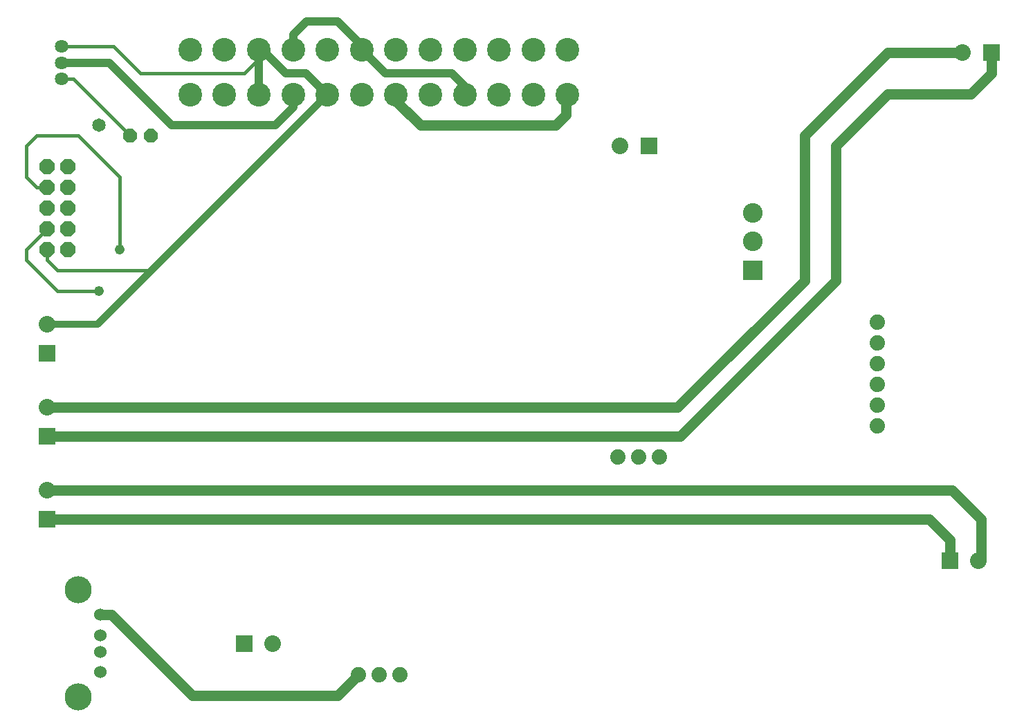
<source format=gbl>
G75*
G70*
%OFA0B0*%
%FSLAX24Y24*%
%IPPOS*%
%LPD*%
%AMOC8*
5,1,8,0,0,1.08239X$1,22.5*
%
%ADD10C,0.0740*%
%ADD11R,0.0950X0.0950*%
%ADD12C,0.0950*%
%ADD13R,0.0800X0.0800*%
%ADD14C,0.0800*%
%ADD15OC8,0.0740*%
%ADD16C,0.0640*%
%ADD17C,0.1306*%
%ADD18C,0.0602*%
%ADD19C,0.1142*%
%ADD20OC8,0.0660*%
%ADD21C,0.0160*%
%ADD22C,0.0476*%
%ADD23C,0.0400*%
%ADD24C,0.0320*%
%ADD25C,0.0500*%
%ADD26C,0.0650*%
D10*
X018632Y003100D03*
X019632Y003100D03*
X020632Y003100D03*
X031132Y013600D03*
X032132Y013600D03*
X033132Y013600D03*
X043632Y015100D03*
X043632Y016100D03*
X043632Y017100D03*
X043632Y018100D03*
X043632Y019100D03*
X043632Y020100D03*
D11*
X037632Y022600D03*
D12*
X037632Y023978D03*
X037632Y025356D03*
D13*
X032632Y028600D03*
X049132Y033100D03*
X047132Y008600D03*
X013132Y004600D03*
X003632Y010600D03*
X003632Y014600D03*
X003632Y018600D03*
D14*
X003632Y019978D03*
X003632Y015978D03*
X003632Y011978D03*
X014510Y004600D03*
X048510Y008600D03*
X031254Y028600D03*
X047754Y033100D03*
D15*
X004632Y027600D03*
X003632Y027600D03*
X003632Y026600D03*
X004632Y026600D03*
X004632Y025600D03*
X003632Y025600D03*
X003632Y024600D03*
X004632Y024600D03*
X004632Y023600D03*
X003632Y023600D03*
D16*
X004348Y031813D03*
X004348Y032600D03*
X004348Y033387D03*
D17*
X005132Y002013D03*
X005132Y007187D03*
D18*
X006195Y005978D03*
X006195Y004994D03*
X006195Y004206D03*
X006195Y003222D03*
D19*
X010537Y031061D03*
X012191Y031061D03*
X013844Y031061D03*
X015498Y031061D03*
X017152Y031061D03*
X018805Y031061D03*
X020459Y031061D03*
X022112Y031061D03*
X023766Y031061D03*
X025419Y031061D03*
X027073Y031061D03*
X028726Y031061D03*
X028726Y033226D03*
X027073Y033226D03*
X025419Y033226D03*
X023766Y033226D03*
X022112Y033226D03*
X020459Y033226D03*
X018805Y033226D03*
X017152Y033226D03*
X015498Y033226D03*
X013844Y033226D03*
X012191Y033226D03*
X010537Y033226D03*
D20*
X008632Y029100D03*
X007632Y029100D03*
D21*
X004919Y031813D01*
X004348Y031813D01*
X004348Y033387D02*
X006844Y033387D01*
X008132Y032100D01*
X013132Y032100D01*
X014132Y033100D01*
X017152Y031061D02*
X008691Y022600D01*
X004132Y022600D01*
X003632Y023100D01*
X003632Y023600D01*
X003632Y024600D02*
X002632Y023600D01*
X002632Y023100D01*
X004132Y021600D01*
X006132Y021600D01*
X007132Y023600D02*
X007132Y027100D01*
X005132Y029100D01*
X003132Y029100D01*
X002632Y028600D01*
X002632Y027100D01*
X003132Y026600D01*
X003632Y026600D01*
D22*
X007132Y023600D03*
X006132Y021600D03*
X020459Y030773D03*
D23*
X019931Y032100D02*
X018805Y033226D01*
X018632Y033399D01*
X018632Y033600D01*
X017632Y034600D01*
X016132Y034600D01*
X015498Y033966D01*
X015498Y033226D01*
X015132Y032100D02*
X014132Y033100D01*
X013844Y032813D01*
X013844Y031061D01*
X015498Y031061D02*
X015498Y030466D01*
X014632Y029600D01*
X009632Y029600D01*
X006632Y032600D01*
X004348Y032600D01*
X013844Y033226D02*
X014006Y033226D01*
X014132Y033100D01*
X015132Y032100D02*
X016112Y032100D01*
X017152Y031061D01*
X019931Y032100D02*
X023132Y032100D01*
X023766Y031466D01*
X023766Y031061D01*
D24*
X017152Y031061D02*
X006069Y019978D01*
X003632Y019978D01*
D25*
X003632Y015978D02*
X034010Y015978D01*
X040132Y022100D01*
X040132Y029100D01*
X044132Y033100D01*
X047754Y033100D01*
X049132Y033100D02*
X049132Y032100D01*
X048132Y031100D01*
X044132Y031100D01*
X041632Y028600D01*
X041632Y022100D01*
X034132Y014600D01*
X003632Y014600D01*
X003632Y011978D02*
X047254Y011978D01*
X048632Y010600D01*
X048632Y008722D01*
X048510Y008600D01*
X047132Y008600D02*
X047132Y009600D01*
X046132Y010600D01*
X003632Y010600D01*
X006195Y005978D02*
X006754Y005978D01*
X010632Y002100D01*
X017632Y002100D01*
X018632Y003100D01*
X021632Y029600D02*
X028132Y029600D01*
X028632Y030100D01*
X028632Y030966D01*
X028726Y031061D01*
X021632Y029600D02*
X020459Y030773D01*
D26*
X006132Y029600D03*
M02*

</source>
